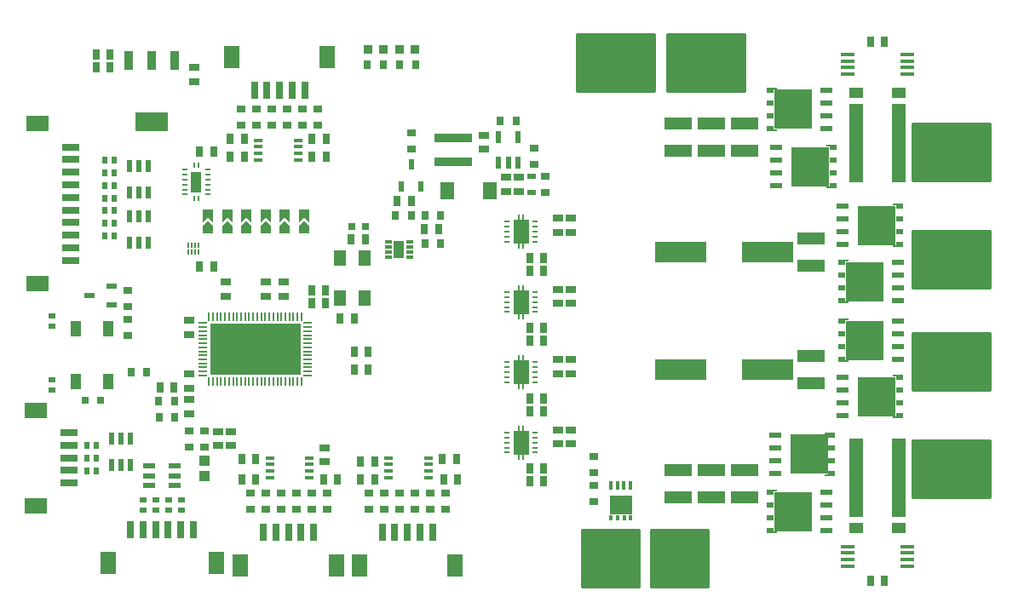
<source format=gtp>
G04*
G04 #@! TF.GenerationSoftware,Altium Limited,Altium Designer,21.6.4 (81)*
G04*
G04 Layer_Color=8421504*
%FSLAX25Y25*%
%MOIN*%
G70*
G04*
G04 #@! TF.SameCoordinates,3BA059D2-C19B-422F-8E39-1BAB5BDEDA6E*
G04*
G04*
G04 #@! TF.FilePolarity,Positive*
G04*
G01*
G75*
%ADD15R,0.01260X0.01004*%
%ADD16R,0.15000X0.15394*%
%ADD17R,0.02795X0.02402*%
%ADD18R,0.05000X0.02402*%
%ADD19R,0.11102X0.05118*%
%ADD20R,0.20079X0.08465*%
%ADD21R,0.03071X0.03858*%
%ADD22R,0.05807X0.01772*%
%ADD23R,0.05512X0.04331*%
%ADD24R,0.05512X0.30709*%
%ADD25R,0.07087X0.02756*%
%ADD26R,0.08661X0.06299*%
%ADD27R,0.06299X0.08661*%
%ADD28R,0.02756X0.07087*%
%ADD29R,0.03740X0.03150*%
%ADD30R,0.03937X0.06102*%
%ADD31R,0.00591X0.01968*%
G04:AMPARAMS|DCode=32|XSize=236.22mil|YSize=236.22mil|CornerRadius=11.81mil|HoleSize=0mil|Usage=FLASHONLY|Rotation=90.000|XOffset=0mil|YOffset=0mil|HoleType=Round|Shape=RoundedRectangle|*
%AMROUNDEDRECTD32*
21,1,0.23622,0.21260,0,0,90.0*
21,1,0.21260,0.23622,0,0,90.0*
1,1,0.02362,0.10630,0.10630*
1,1,0.02362,0.10630,-0.10630*
1,1,0.02362,-0.10630,-0.10630*
1,1,0.02362,-0.10630,0.10630*
%
%ADD32ROUNDEDRECTD32*%
G04:AMPARAMS|DCode=33|XSize=236.22mil|YSize=236.22mil|CornerRadius=11.81mil|HoleSize=0mil|Usage=FLASHONLY|Rotation=180.000|XOffset=0mil|YOffset=0mil|HoleType=Round|Shape=RoundedRectangle|*
%AMROUNDEDRECTD33*
21,1,0.23622,0.21260,0,0,180.0*
21,1,0.21260,0.23622,0,0,180.0*
1,1,0.02362,-0.10630,0.10630*
1,1,0.02362,0.10630,0.10630*
1,1,0.02362,0.10630,-0.10630*
1,1,0.02362,-0.10630,-0.10630*
%
%ADD33ROUNDEDRECTD33*%
G04:AMPARAMS|DCode=34|XSize=314.96mil|YSize=236.22mil|CornerRadius=11.81mil|HoleSize=0mil|Usage=FLASHONLY|Rotation=0.000|XOffset=0mil|YOffset=0mil|HoleType=Round|Shape=RoundedRectangle|*
%AMROUNDEDRECTD34*
21,1,0.31496,0.21260,0,0,0.0*
21,1,0.29134,0.23622,0,0,0.0*
1,1,0.02362,0.14567,-0.10630*
1,1,0.02362,-0.14567,-0.10630*
1,1,0.02362,-0.14567,0.10630*
1,1,0.02362,0.14567,0.10630*
%
%ADD34ROUNDEDRECTD34*%
%ADD35R,0.04134X0.02362*%
%ADD36R,0.02756X0.01181*%
%ADD37R,0.03937X0.06693*%
%ADD38R,0.03858X0.03071*%
%ADD39R,0.05748X0.06575*%
%ADD40R,0.01575X0.02441*%
%ADD41R,0.08858X0.07284*%
%ADD42R,0.01575X0.03268*%
%ADD43R,0.03740X0.01772*%
%ADD44R,0.00984X0.01968*%
%ADD45R,0.06496X0.09449*%
%ADD46R,0.02362X0.00945*%
%ADD47R,0.03701X0.02126*%
%ADD48R,0.02362X0.04528*%
%ADD49R,0.02362X0.04331*%
%ADD50R,0.35827X0.20079*%
%ADD51R,0.00787X0.03347*%
%ADD52R,0.03347X0.00787*%
%ADD53R,0.00945X0.02362*%
%ADD54R,0.03937X0.07874*%
%ADD55R,0.12598X0.07480*%
%ADD56R,0.03543X0.07480*%
%ADD57R,0.02559X0.02756*%
%ADD58R,0.14567X0.03819*%
%ADD59R,0.03543X0.03740*%
%ADD60R,0.03150X0.03150*%
%ADD61R,0.03937X0.03937*%
%ADD62R,0.02362X0.04724*%
%ADD63C,0.01181*%
%ADD64R,0.05118X0.06299*%
%ADD65R,0.02756X0.02362*%
%ADD66R,0.04528X0.02362*%
%ADD67R,0.03150X0.03740*%
%ADD68R,0.02362X0.02756*%
G36*
X117551Y144814D02*
X115582Y146783D01*
X113614Y144814D01*
X113614Y149807D01*
X117551D01*
X117551Y144814D01*
D02*
G37*
G36*
X110051D02*
X108082Y146783D01*
X106114Y144814D01*
X106114Y149807D01*
X110051D01*
X110051Y144814D01*
D02*
G37*
G36*
X102551D02*
X100582Y146783D01*
X98614Y144814D01*
X98614Y149807D01*
X102551D01*
X102551Y144814D01*
D02*
G37*
G36*
X95051D02*
X93082Y146783D01*
X91114Y144814D01*
X91114Y149807D01*
X95051D01*
X95051Y144814D01*
D02*
G37*
G36*
X87551D02*
X85582Y146783D01*
X83614Y144814D01*
X83614Y149807D01*
X87551D01*
X87551Y144814D01*
D02*
G37*
G36*
X80051D02*
X78082Y146783D01*
X76114Y144814D01*
X76114Y149807D01*
X80051D01*
X80051Y144814D01*
D02*
G37*
G36*
X117551Y143508D02*
Y140358D01*
X113614D01*
Y143508D01*
X115582Y145476D01*
X117551Y143508D01*
D02*
G37*
G36*
X110051D02*
Y140358D01*
X106114D01*
Y143508D01*
X108082Y145476D01*
X110051Y143508D01*
D02*
G37*
G36*
X102551D02*
Y140358D01*
X98614D01*
Y143508D01*
X100582Y145476D01*
X102551Y143508D01*
D02*
G37*
G36*
X95051D02*
Y140358D01*
X91114D01*
Y143508D01*
X93082Y145476D01*
X95051Y143508D01*
D02*
G37*
G36*
X87551D02*
Y140358D01*
X83614D01*
Y143508D01*
X85582Y145476D01*
X87551Y143508D01*
D02*
G37*
G36*
X80051D02*
Y140358D01*
X76114D01*
Y143508D01*
X78082Y145476D01*
X80051Y143508D01*
D02*
G37*
D15*
X299945Y39701D02*
D03*
Y23299D02*
D03*
X327945Y90299D02*
D03*
Y106701D02*
D03*
X299945Y197201D02*
D03*
Y180799D02*
D03*
X327945Y113299D02*
D03*
Y129701D02*
D03*
X346555Y68299D02*
D03*
Y84701D02*
D03*
X320555Y174701D02*
D03*
Y158299D02*
D03*
X346555Y135299D02*
D03*
Y151701D02*
D03*
X320055Y62201D02*
D03*
Y45799D02*
D03*
D16*
X306835Y31500D02*
D03*
X334835Y98500D02*
D03*
X306835Y189000D02*
D03*
X334835Y121500D02*
D03*
X339665Y76500D02*
D03*
X313665Y166500D02*
D03*
X339665Y143500D02*
D03*
X313165Y54000D02*
D03*
D17*
X297937Y24000D02*
D03*
Y29000D02*
D03*
Y34000D02*
D03*
Y39000D02*
D03*
X325937Y106000D02*
D03*
Y101000D02*
D03*
Y96000D02*
D03*
Y91000D02*
D03*
X297937Y181500D02*
D03*
Y186500D02*
D03*
Y191500D02*
D03*
Y196500D02*
D03*
X325937Y129000D02*
D03*
Y124000D02*
D03*
Y119000D02*
D03*
Y114000D02*
D03*
X348563Y84000D02*
D03*
Y79000D02*
D03*
Y74000D02*
D03*
Y69000D02*
D03*
X322563Y159000D02*
D03*
Y164000D02*
D03*
Y169000D02*
D03*
Y174000D02*
D03*
X348563Y151000D02*
D03*
Y146000D02*
D03*
Y141000D02*
D03*
Y136000D02*
D03*
X322063Y46500D02*
D03*
Y51500D02*
D03*
Y56500D02*
D03*
Y61500D02*
D03*
D18*
X320063Y39000D02*
D03*
Y34000D02*
D03*
Y29000D02*
D03*
Y24000D02*
D03*
X348063Y91000D02*
D03*
Y96000D02*
D03*
Y101000D02*
D03*
Y106000D02*
D03*
X320063Y196500D02*
D03*
Y191500D02*
D03*
Y186500D02*
D03*
Y181500D02*
D03*
X348063Y114000D02*
D03*
Y119000D02*
D03*
Y124000D02*
D03*
Y129000D02*
D03*
X326437Y69000D02*
D03*
Y74000D02*
D03*
Y79000D02*
D03*
Y84000D02*
D03*
X300437Y174000D02*
D03*
Y169000D02*
D03*
Y164000D02*
D03*
Y159000D02*
D03*
X326437Y136000D02*
D03*
Y141000D02*
D03*
Y146000D02*
D03*
Y151000D02*
D03*
X299937Y61500D02*
D03*
Y56500D02*
D03*
Y51500D02*
D03*
Y46500D02*
D03*
D19*
X288000Y172646D02*
D03*
Y183354D02*
D03*
X275000Y172646D02*
D03*
Y183354D02*
D03*
X262000Y172646D02*
D03*
Y183354D02*
D03*
X288000Y37146D02*
D03*
Y47854D02*
D03*
X275000Y37146D02*
D03*
Y47854D02*
D03*
X262000Y37146D02*
D03*
Y47854D02*
D03*
X314000Y127646D02*
D03*
Y138354D02*
D03*
Y92354D02*
D03*
Y81646D02*
D03*
D20*
X296929Y133000D02*
D03*
X263071D02*
D03*
X296929Y87000D02*
D03*
X263071D02*
D03*
D21*
X337244Y4500D02*
D03*
X342756D02*
D03*
X337244Y215500D02*
D03*
X342756D02*
D03*
X59244Y80000D02*
D03*
X64756D02*
D03*
X124256Y177500D02*
D03*
X118744D02*
D03*
Y170500D02*
D03*
X124256D02*
D03*
X92256Y177500D02*
D03*
X86744D02*
D03*
X92256Y170500D02*
D03*
X86744D02*
D03*
X140756Y87000D02*
D03*
X135244D02*
D03*
X135256Y107000D02*
D03*
X129744D02*
D03*
X135244Y94000D02*
D03*
X140756D02*
D03*
X203953Y70756D02*
D03*
X209465D02*
D03*
X203953Y75756D02*
D03*
X209465D02*
D03*
Y43256D02*
D03*
X203953D02*
D03*
X209465Y48256D02*
D03*
X203953D02*
D03*
X80256Y127500D02*
D03*
X74744D02*
D03*
X96756Y52000D02*
D03*
X91244D02*
D03*
X143256Y51197D02*
D03*
X137744D02*
D03*
Y44197D02*
D03*
X143256D02*
D03*
X169744Y52000D02*
D03*
X175256D02*
D03*
X170244Y44197D02*
D03*
X175756D02*
D03*
X74744Y172500D02*
D03*
X80256D02*
D03*
X203953Y130756D02*
D03*
X209465D02*
D03*
X203953Y103256D02*
D03*
X209465D02*
D03*
X203953Y98256D02*
D03*
X209465D02*
D03*
X139500Y138000D02*
D03*
X133988D02*
D03*
X124000Y118000D02*
D03*
X118488D02*
D03*
Y113000D02*
D03*
X124000D02*
D03*
X96756Y44197D02*
D03*
X91244D02*
D03*
X128756D02*
D03*
X123244D02*
D03*
X162744Y142000D02*
D03*
X168256D02*
D03*
X157500Y153000D02*
D03*
X151988D02*
D03*
X209465Y125756D02*
D03*
X203953D02*
D03*
X34244Y210500D02*
D03*
X39756D02*
D03*
X34244Y205500D02*
D03*
X39756D02*
D03*
D22*
X351567Y10161D02*
D03*
Y12720D02*
D03*
Y15280D02*
D03*
Y17839D02*
D03*
X328433D02*
D03*
Y15280D02*
D03*
Y12720D02*
D03*
Y10161D02*
D03*
Y202661D02*
D03*
Y205221D02*
D03*
Y207780D02*
D03*
Y210339D02*
D03*
X351567D02*
D03*
Y207780D02*
D03*
Y205221D02*
D03*
Y202661D02*
D03*
D23*
X348268Y25063D02*
D03*
X331732D02*
D03*
Y195437D02*
D03*
X348268D02*
D03*
D24*
Y44748D02*
D03*
X331732D02*
D03*
Y175752D02*
D03*
X348268D02*
D03*
D25*
X24213Y174146D02*
D03*
Y169224D02*
D03*
Y164303D02*
D03*
Y159382D02*
D03*
Y154461D02*
D03*
Y149539D02*
D03*
Y144618D02*
D03*
Y139697D02*
D03*
Y134776D02*
D03*
Y129854D02*
D03*
X23524Y42658D02*
D03*
Y47579D02*
D03*
Y52500D02*
D03*
Y57421D02*
D03*
Y62343D02*
D03*
D26*
X11220Y120602D02*
D03*
Y183398D02*
D03*
X10531Y71201D02*
D03*
Y33799D02*
D03*
D27*
X124701Y209469D02*
D03*
X87299D02*
D03*
X81161Y11500D02*
D03*
X38839D02*
D03*
X174701Y10228D02*
D03*
X137299D02*
D03*
X90799D02*
D03*
X128201D02*
D03*
D28*
X96157Y196476D02*
D03*
X101079D02*
D03*
X106000D02*
D03*
X110921D02*
D03*
X115842D02*
D03*
X57539Y24492D02*
D03*
X72303D02*
D03*
X67382D02*
D03*
X62461D02*
D03*
X52618D02*
D03*
X47697D02*
D03*
X146158Y23221D02*
D03*
X151079D02*
D03*
X156000D02*
D03*
X160921D02*
D03*
X165842D02*
D03*
X119343D02*
D03*
X114421D02*
D03*
X109500D02*
D03*
X104579D02*
D03*
X99657D02*
D03*
D29*
X229000Y46850D02*
D03*
Y53150D02*
D03*
X229037Y41686D02*
D03*
Y35387D02*
D03*
X121000Y182850D02*
D03*
Y189150D02*
D03*
X97000D02*
D03*
Y182850D02*
D03*
X109000Y189150D02*
D03*
Y182850D02*
D03*
X115000Y189150D02*
D03*
Y182850D02*
D03*
X91000D02*
D03*
Y189150D02*
D03*
X103000Y182850D02*
D03*
Y189150D02*
D03*
X46500Y100350D02*
D03*
Y106650D02*
D03*
X70500Y63150D02*
D03*
Y56850D02*
D03*
X205500Y173650D02*
D03*
Y167350D02*
D03*
X165000Y32547D02*
D03*
Y38846D02*
D03*
X153000Y32547D02*
D03*
Y38846D02*
D03*
X147000Y32547D02*
D03*
Y38846D02*
D03*
X141000D02*
D03*
Y32547D02*
D03*
X159000Y38846D02*
D03*
Y32547D02*
D03*
X171000Y38846D02*
D03*
Y32547D02*
D03*
X210000Y156350D02*
D03*
Y162650D02*
D03*
X76500Y63150D02*
D03*
Y56850D02*
D03*
X46500Y111850D02*
D03*
Y118150D02*
D03*
X94500Y32547D02*
D03*
Y38846D02*
D03*
X112500Y32547D02*
D03*
Y38846D02*
D03*
X124500Y32547D02*
D03*
Y38846D02*
D03*
X118500D02*
D03*
Y32547D02*
D03*
X106500Y38846D02*
D03*
Y32547D02*
D03*
X100500Y38846D02*
D03*
Y32547D02*
D03*
X157500Y179650D02*
D03*
Y173350D02*
D03*
D30*
X26402Y82331D02*
D03*
X39000D02*
D03*
Y103000D02*
D03*
X26402D02*
D03*
D31*
X74461Y135772D02*
D03*
X73083D02*
D03*
X71705D02*
D03*
X70327D02*
D03*
Y133016D02*
D03*
X71705D02*
D03*
X73083D02*
D03*
X74461D02*
D03*
D32*
X262500Y13000D02*
D03*
D33*
X235500D02*
D03*
D34*
X237500Y207000D02*
D03*
X273000D02*
D03*
X369000Y48000D02*
D03*
Y90000D02*
D03*
Y130000D02*
D03*
Y172000D02*
D03*
D35*
X40331Y112260D02*
D03*
Y119740D02*
D03*
X31669Y116000D02*
D03*
D36*
X156878Y131154D02*
D03*
Y133122D02*
D03*
Y135091D02*
D03*
Y137059D02*
D03*
X148610D02*
D03*
Y135091D02*
D03*
Y133122D02*
D03*
Y131154D02*
D03*
D37*
X152744Y134106D02*
D03*
D38*
X72500Y199744D02*
D03*
Y205256D02*
D03*
X100500Y115744D02*
D03*
Y121256D02*
D03*
X219988Y91012D02*
D03*
Y85500D02*
D03*
X214988Y91012D02*
D03*
Y85500D02*
D03*
X219988Y58000D02*
D03*
Y63512D02*
D03*
X214988Y58000D02*
D03*
Y63512D02*
D03*
X215000Y146256D02*
D03*
Y140744D02*
D03*
X214988Y118512D02*
D03*
Y113000D02*
D03*
X219988Y118512D02*
D03*
Y113000D02*
D03*
X70500Y106256D02*
D03*
Y100744D02*
D03*
Y85256D02*
D03*
Y79744D02*
D03*
X107500Y115744D02*
D03*
Y121256D02*
D03*
X85000Y115744D02*
D03*
Y121256D02*
D03*
X82000Y62756D02*
D03*
Y57244D02*
D03*
X87000D02*
D03*
Y62756D02*
D03*
X70500Y69744D02*
D03*
Y75256D02*
D03*
X123500Y56453D02*
D03*
Y50941D02*
D03*
X220000Y140744D02*
D03*
Y146256D02*
D03*
X186000Y173244D02*
D03*
Y178756D02*
D03*
X199500Y162256D02*
D03*
Y156744D02*
D03*
X194500Y162256D02*
D03*
Y156744D02*
D03*
D39*
X171535Y157000D02*
D03*
X188465D02*
D03*
D40*
X243277Y29175D02*
D03*
X240895D02*
D03*
X238308D02*
D03*
X235796D02*
D03*
D41*
X239537Y34037D02*
D03*
D42*
X235698Y41675D02*
D03*
X238257D02*
D03*
X240816D02*
D03*
X243375D02*
D03*
D43*
X97724Y176839D02*
D03*
Y174279D02*
D03*
Y171721D02*
D03*
Y169161D02*
D03*
X113276D02*
D03*
Y171721D02*
D03*
Y174279D02*
D03*
Y176839D02*
D03*
X148724Y44858D02*
D03*
Y47417D02*
D03*
Y49976D02*
D03*
Y52535D02*
D03*
X164276D02*
D03*
Y49976D02*
D03*
Y47417D02*
D03*
Y44858D02*
D03*
X117776D02*
D03*
Y47417D02*
D03*
Y49976D02*
D03*
Y52535D02*
D03*
X102224D02*
D03*
Y49976D02*
D03*
Y47417D02*
D03*
Y44858D02*
D03*
D44*
X201484Y80291D02*
D03*
X199516D02*
D03*
Y91709D02*
D03*
X201484D02*
D03*
Y52791D02*
D03*
X199516D02*
D03*
Y64209D02*
D03*
X201484D02*
D03*
X201484Y107791D02*
D03*
X199516D02*
D03*
Y119209D02*
D03*
X201484D02*
D03*
X201484Y146709D02*
D03*
X199516D02*
D03*
Y135291D02*
D03*
X201484D02*
D03*
D45*
X200500Y86000D02*
D03*
Y58500D02*
D03*
X200500Y113500D02*
D03*
X200500Y141000D02*
D03*
D46*
X194988Y82063D02*
D03*
Y84031D02*
D03*
Y86000D02*
D03*
Y87968D02*
D03*
Y89937D02*
D03*
X206012D02*
D03*
Y87968D02*
D03*
Y86000D02*
D03*
Y84031D02*
D03*
Y82063D02*
D03*
X194988Y54563D02*
D03*
Y56532D02*
D03*
Y58500D02*
D03*
Y60469D02*
D03*
Y62437D02*
D03*
X206012D02*
D03*
Y60469D02*
D03*
Y58500D02*
D03*
Y56532D02*
D03*
Y54563D02*
D03*
X68957Y165425D02*
D03*
Y163457D02*
D03*
Y161488D02*
D03*
Y159520D02*
D03*
Y157551D02*
D03*
Y155583D02*
D03*
X78012D02*
D03*
Y157551D02*
D03*
Y159520D02*
D03*
Y161488D02*
D03*
Y163457D02*
D03*
Y165425D02*
D03*
X194988Y109563D02*
D03*
Y111531D02*
D03*
Y113500D02*
D03*
Y115469D02*
D03*
Y117437D02*
D03*
X206012D02*
D03*
Y115469D02*
D03*
Y113500D02*
D03*
Y111531D02*
D03*
Y109563D02*
D03*
X206012Y137063D02*
D03*
Y139032D02*
D03*
Y141000D02*
D03*
Y142968D02*
D03*
Y144937D02*
D03*
X194988D02*
D03*
Y142968D02*
D03*
Y141000D02*
D03*
Y139032D02*
D03*
Y137063D02*
D03*
D47*
X204500Y162650D02*
D03*
Y156350D02*
D03*
D48*
X40260Y49882D02*
D03*
X44000D02*
D03*
X47740D02*
D03*
Y60118D02*
D03*
X44000D02*
D03*
X40260D02*
D03*
X47260Y166618D02*
D03*
X51000D02*
D03*
X54740D02*
D03*
Y156382D02*
D03*
X51000D02*
D03*
X47260D02*
D03*
Y147118D02*
D03*
X51000D02*
D03*
X54740D02*
D03*
Y136882D02*
D03*
X51000D02*
D03*
X47260D02*
D03*
D49*
X157500Y167331D02*
D03*
X161240Y158669D02*
D03*
X153760D02*
D03*
D50*
X96500Y95000D02*
D03*
D51*
X78390Y107598D02*
D03*
X79965D02*
D03*
X81539D02*
D03*
X83114D02*
D03*
X84689D02*
D03*
X86264D02*
D03*
X87839D02*
D03*
X89413D02*
D03*
X90988D02*
D03*
X92563D02*
D03*
X94138D02*
D03*
X95713D02*
D03*
X97287D02*
D03*
X98862D02*
D03*
X100437D02*
D03*
X102012D02*
D03*
X103587D02*
D03*
X105161D02*
D03*
X106736D02*
D03*
X108311D02*
D03*
X109886D02*
D03*
X111461D02*
D03*
X113035D02*
D03*
X114610D02*
D03*
Y82402D02*
D03*
X113035D02*
D03*
X111461D02*
D03*
X109886D02*
D03*
X108311D02*
D03*
X106736D02*
D03*
X105161D02*
D03*
X103587D02*
D03*
X102012D02*
D03*
X100437D02*
D03*
X98862D02*
D03*
X97287D02*
D03*
X95713D02*
D03*
X94138D02*
D03*
X92563D02*
D03*
X90988D02*
D03*
X89413D02*
D03*
X87839D02*
D03*
X86264D02*
D03*
X84689D02*
D03*
X83114D02*
D03*
X81539D02*
D03*
X79965D02*
D03*
X78390D02*
D03*
D52*
X116972Y105236D02*
D03*
Y103661D02*
D03*
Y102087D02*
D03*
Y100512D02*
D03*
Y98937D02*
D03*
Y97362D02*
D03*
Y95787D02*
D03*
Y94213D02*
D03*
Y92638D02*
D03*
Y91063D02*
D03*
Y89488D02*
D03*
Y87913D02*
D03*
Y86339D02*
D03*
Y84764D02*
D03*
X76028D02*
D03*
Y86339D02*
D03*
Y87913D02*
D03*
Y89488D02*
D03*
Y91063D02*
D03*
Y92638D02*
D03*
Y94213D02*
D03*
Y95787D02*
D03*
Y97362D02*
D03*
Y98937D02*
D03*
Y100512D02*
D03*
Y102087D02*
D03*
Y103661D02*
D03*
Y105236D02*
D03*
D53*
X72500Y167000D02*
D03*
Y154008D02*
D03*
X74468D02*
D03*
Y167000D02*
D03*
D54*
X73484Y160504D02*
D03*
D55*
X56000Y183902D02*
D03*
D56*
X46945Y207917D02*
D03*
X56000D02*
D03*
X65055D02*
D03*
D57*
X134185Y143000D02*
D03*
X139500D02*
D03*
D58*
X174000Y177646D02*
D03*
Y168354D02*
D03*
D59*
X158905Y212500D02*
D03*
X153000D02*
D03*
X146500D02*
D03*
X140594D02*
D03*
D60*
X35953Y75000D02*
D03*
X30047D02*
D03*
D61*
X76500Y45547D02*
D03*
Y51453D02*
D03*
D62*
X191760Y177969D02*
D03*
X199240D02*
D03*
Y168126D02*
D03*
X195500D02*
D03*
X191760D02*
D03*
D63*
X78082Y148082D02*
D03*
Y142082D02*
D03*
X115582Y148082D02*
D03*
Y142082D02*
D03*
X108082D02*
D03*
Y148082D02*
D03*
X100582Y142082D02*
D03*
Y148082D02*
D03*
X93082Y142082D02*
D03*
Y148082D02*
D03*
X85582Y142082D02*
D03*
Y148082D02*
D03*
D64*
X129579Y130874D02*
D03*
Y115126D02*
D03*
X139421D02*
D03*
Y130874D02*
D03*
D65*
X57500Y35969D02*
D03*
Y32032D02*
D03*
X52500Y36000D02*
D03*
Y32063D02*
D03*
X62500Y35969D02*
D03*
Y32032D02*
D03*
X67500Y35969D02*
D03*
Y32032D02*
D03*
X17000Y104032D02*
D03*
Y107968D02*
D03*
Y82968D02*
D03*
Y79031D02*
D03*
D66*
X65118Y41760D02*
D03*
Y45500D02*
D03*
Y49240D02*
D03*
X54882D02*
D03*
Y45500D02*
D03*
Y41760D02*
D03*
D67*
X162850Y147500D02*
D03*
X169150D02*
D03*
Y136500D02*
D03*
X162850D02*
D03*
X159299Y206500D02*
D03*
X153000D02*
D03*
X140201D02*
D03*
X146500D02*
D03*
X54150Y86000D02*
D03*
X47850D02*
D03*
X157500Y147500D02*
D03*
X151201D02*
D03*
X65114Y74595D02*
D03*
X58815D02*
D03*
X58850Y68500D02*
D03*
X65150D02*
D03*
X198650Y184500D02*
D03*
X192350D02*
D03*
D68*
X41469Y169000D02*
D03*
X37532D02*
D03*
X41469Y164000D02*
D03*
X37532D02*
D03*
X41469Y159000D02*
D03*
X37532D02*
D03*
X41469Y154000D02*
D03*
X37532D02*
D03*
X41469Y149500D02*
D03*
X37532D02*
D03*
X41469Y144500D02*
D03*
X37532D02*
D03*
X41469Y139500D02*
D03*
X37532D02*
D03*
X30531Y47500D02*
D03*
X34468D02*
D03*
X30531Y52500D02*
D03*
X34468D02*
D03*
X30531Y57500D02*
D03*
X34468D02*
D03*
M02*

</source>
